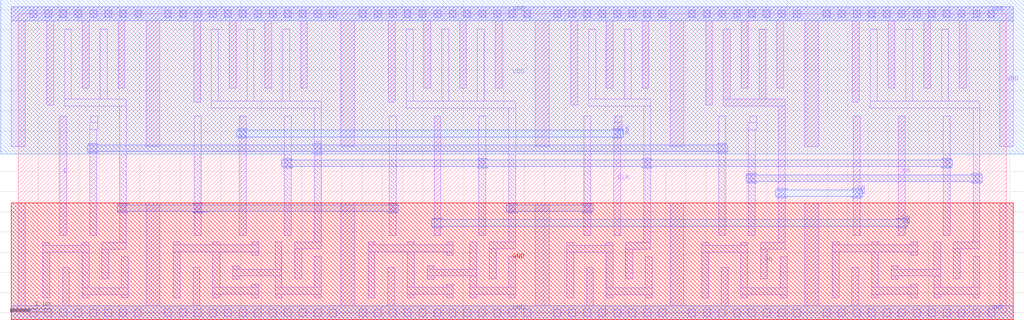
<source format=lef>
VERSION 5.7 ;
  NOWIREEXTENSIONATPIN ON ;
  DIVIDERCHAR "/" ;
  BUSBITCHARS "[]" ;
MACRO DFFSNQNX1
  CLASS CORE ;
  FOREIGN DFFSNQNX1 ;
  ORIGIN 0.000 0.000 ;
  SIZE 24.420 BY 7.400 ;
  SYMMETRY X Y R90 ;
  SITE unitrh ;
  PIN QN
    DIRECTION OUTPUT ;
    USE SIGNAL ;
    ANTENNAGATEAREA 1.033250 ;
    ANTENNADIFFAREA 1.351900 ;
    PORT
      LAYER li1 ;
        RECT 17.425 5.285 17.595 7.020 ;
        RECT 18.305 5.285 18.475 7.020 ;
        RECT 17.425 5.115 18.955 5.285 ;
        RECT 18.785 1.740 18.955 5.115 ;
        RECT 20.635 1.915 20.805 4.865 ;
        RECT 18.345 1.570 18.955 1.740 ;
        RECT 18.345 0.835 18.515 1.570 ;
      LAYER mcon ;
        RECT 18.785 2.875 18.955 3.045 ;
        RECT 20.635 2.875 20.805 3.045 ;
      LAYER met1 ;
        RECT 18.755 3.045 18.985 3.075 ;
        RECT 20.605 3.045 20.835 3.075 ;
        RECT 18.725 2.875 20.865 3.045 ;
        RECT 18.755 2.845 18.985 2.875 ;
        RECT 20.605 2.845 20.835 2.875 ;
    END
  END QN
  PIN D
    DIRECTION INPUT ;
    USE SIGNAL ;
    ANTENNAGATEAREA 1.033250 ;
    PORT
      LAYER li1 ;
        RECT 1.025 1.915 1.195 4.865 ;
    END
  END D
  PIN CLK
    DIRECTION INPUT ;
    USE SIGNAL ;
    ANTENNAGATEAREA 2.042100 ;
    PORT
      LAYER li1 ;
        RECT 5.465 1.915 5.635 4.865 ;
        RECT 14.745 4.710 14.915 4.865 ;
        RECT 14.715 4.535 14.915 4.710 ;
        RECT 14.715 1.915 14.885 4.535 ;
      LAYER mcon ;
        RECT 5.465 4.355 5.635 4.525 ;
        RECT 14.715 4.355 14.885 4.525 ;
      LAYER met1 ;
        RECT 5.435 4.525 5.665 4.555 ;
        RECT 14.685 4.525 14.915 4.555 ;
        RECT 5.405 4.355 14.945 4.525 ;
        RECT 5.435 4.325 5.665 4.355 ;
        RECT 14.685 4.325 14.915 4.355 ;
    END
  END CLK
  PIN SN
    DIRECTION INPUT ;
    USE SIGNAL ;
    ANTENNAGATEAREA 2.029700 ;
    PORT
      LAYER li1 ;
        RECT 10.275 1.915 10.445 4.865 ;
        RECT 21.745 1.915 21.915 4.865 ;
      LAYER mcon ;
        RECT 10.275 2.135 10.445 2.305 ;
        RECT 21.745 2.135 21.915 2.305 ;
      LAYER met1 ;
        RECT 10.245 2.305 10.475 2.335 ;
        RECT 21.715 2.305 21.945 2.335 ;
        RECT 10.215 2.135 21.975 2.305 ;
        RECT 10.245 2.105 10.475 2.135 ;
        RECT 21.715 2.105 21.945 2.135 ;
    END
  END SN
  PIN VDD
    DIRECTION INOUT ;
    USE POWER ;
    SHAPE ABUTMENT ;
    PORT
      LAYER nwell ;
        RECT -0.435 3.930 24.855 7.750 ;
      LAYER li1 ;
        RECT -0.170 7.230 24.590 7.570 ;
        RECT -0.170 4.110 0.170 7.230 ;
        RECT 0.705 5.135 0.875 7.230 ;
        RECT 1.585 5.555 1.755 7.230 ;
        RECT 2.465 5.555 2.635 7.230 ;
        RECT 3.160 4.110 3.500 7.230 ;
        RECT 4.335 5.215 4.505 7.230 ;
        RECT 5.215 5.555 5.385 7.230 ;
        RECT 6.095 5.555 6.265 7.230 ;
        RECT 6.975 5.555 7.145 7.230 ;
        RECT 7.970 4.110 8.310 7.230 ;
        RECT 9.145 5.215 9.315 7.230 ;
        RECT 10.025 5.555 10.195 7.230 ;
        RECT 10.905 5.555 11.075 7.230 ;
        RECT 11.785 5.555 11.955 7.230 ;
        RECT 12.780 4.110 13.120 7.230 ;
        RECT 13.655 5.135 13.825 7.230 ;
        RECT 14.535 5.555 14.705 7.230 ;
        RECT 15.415 5.555 15.585 7.230 ;
        RECT 16.110 4.110 16.450 7.230 ;
        RECT 16.985 5.135 17.155 7.230 ;
        RECT 17.865 5.555 18.035 7.230 ;
        RECT 18.745 5.555 18.915 7.230 ;
        RECT 19.440 4.110 19.780 7.230 ;
        RECT 20.615 5.215 20.785 7.230 ;
        RECT 21.495 5.555 21.665 7.230 ;
        RECT 22.375 5.555 22.545 7.230 ;
        RECT 23.255 5.555 23.425 7.230 ;
        RECT 24.250 4.110 24.590 7.230 ;
      LAYER mcon ;
        RECT 0.285 7.315 0.455 7.485 ;
        RECT 0.655 7.315 0.825 7.485 ;
        RECT 1.025 7.315 1.195 7.485 ;
        RECT 1.395 7.315 1.565 7.485 ;
        RECT 1.765 7.315 1.935 7.485 ;
        RECT 2.135 7.315 2.305 7.485 ;
        RECT 2.505 7.315 2.675 7.485 ;
        RECT 2.875 7.315 3.045 7.485 ;
        RECT 3.615 7.315 3.785 7.485 ;
        RECT 3.985 7.315 4.155 7.485 ;
        RECT 4.355 7.315 4.525 7.485 ;
        RECT 4.725 7.315 4.895 7.485 ;
        RECT 5.095 7.315 5.265 7.485 ;
        RECT 5.465 7.315 5.635 7.485 ;
        RECT 5.835 7.315 6.005 7.485 ;
        RECT 6.205 7.315 6.375 7.485 ;
        RECT 6.575 7.315 6.745 7.485 ;
        RECT 6.945 7.315 7.115 7.485 ;
        RECT 7.315 7.315 7.485 7.485 ;
        RECT 7.685 7.315 7.855 7.485 ;
        RECT 8.425 7.315 8.595 7.485 ;
        RECT 8.795 7.315 8.965 7.485 ;
        RECT 9.165 7.315 9.335 7.485 ;
        RECT 9.535 7.315 9.705 7.485 ;
        RECT 9.905 7.315 10.075 7.485 ;
        RECT 10.275 7.315 10.445 7.485 ;
        RECT 10.645 7.315 10.815 7.485 ;
        RECT 11.015 7.315 11.185 7.485 ;
        RECT 11.385 7.315 11.555 7.485 ;
        RECT 11.755 7.315 11.925 7.485 ;
        RECT 12.125 7.315 12.295 7.485 ;
        RECT 12.495 7.315 12.665 7.485 ;
        RECT 13.235 7.315 13.405 7.485 ;
        RECT 13.605 7.315 13.775 7.485 ;
        RECT 13.975 7.315 14.145 7.485 ;
        RECT 14.345 7.315 14.515 7.485 ;
        RECT 14.715 7.315 14.885 7.485 ;
        RECT 15.085 7.315 15.255 7.485 ;
        RECT 15.455 7.315 15.625 7.485 ;
        RECT 15.825 7.315 15.995 7.485 ;
        RECT 16.565 7.315 16.735 7.485 ;
        RECT 16.935 7.315 17.105 7.485 ;
        RECT 17.305 7.315 17.475 7.485 ;
        RECT 17.675 7.315 17.845 7.485 ;
        RECT 18.045 7.315 18.215 7.485 ;
        RECT 18.415 7.315 18.585 7.485 ;
        RECT 18.785 7.315 18.955 7.485 ;
        RECT 19.155 7.315 19.325 7.485 ;
        RECT 19.895 7.315 20.065 7.485 ;
        RECT 20.265 7.315 20.435 7.485 ;
        RECT 20.635 7.315 20.805 7.485 ;
        RECT 21.005 7.315 21.175 7.485 ;
        RECT 21.375 7.315 21.545 7.485 ;
        RECT 21.745 7.315 21.915 7.485 ;
        RECT 22.115 7.315 22.285 7.485 ;
        RECT 22.485 7.315 22.655 7.485 ;
        RECT 22.855 7.315 23.025 7.485 ;
        RECT 23.225 7.315 23.395 7.485 ;
        RECT 23.595 7.315 23.765 7.485 ;
        RECT 23.965 7.315 24.135 7.485 ;
      LAYER met1 ;
        RECT -0.170 7.230 24.590 7.570 ;
    END
  END VDD
  PIN GND
    DIRECTION INOUT ;
    USE GROUND ;
    SHAPE ABUTMENT ;
    PORT
      LAYER pwell ;
        RECT -0.170 -0.170 24.590 2.720 ;
      LAYER li1 ;
        RECT -0.170 0.170 0.170 2.720 ;
        RECT 1.095 0.170 1.265 1.120 ;
        RECT 3.160 0.170 3.500 2.720 ;
        RECT 4.320 0.170 4.490 1.130 ;
        RECT 7.970 0.170 8.310 2.720 ;
        RECT 9.130 0.170 9.300 1.130 ;
        RECT 12.780 0.170 13.120 2.720 ;
        RECT 14.045 0.170 14.215 1.120 ;
        RECT 16.110 0.170 16.450 2.720 ;
        RECT 17.375 0.170 17.545 1.120 ;
        RECT 19.440 0.170 19.780 2.720 ;
        RECT 20.600 0.170 20.770 1.130 ;
        RECT 24.250 0.170 24.590 2.720 ;
        RECT -0.170 -0.170 24.590 0.170 ;
      LAYER mcon ;
        RECT 0.285 -0.085 0.455 0.085 ;
        RECT 0.655 -0.085 0.825 0.085 ;
        RECT 1.025 -0.085 1.195 0.085 ;
        RECT 1.395 -0.085 1.565 0.085 ;
        RECT 1.765 -0.085 1.935 0.085 ;
        RECT 2.135 -0.085 2.305 0.085 ;
        RECT 2.505 -0.085 2.675 0.085 ;
        RECT 2.875 -0.085 3.045 0.085 ;
        RECT 3.615 -0.085 3.785 0.085 ;
        RECT 3.985 -0.085 4.155 0.085 ;
        RECT 4.355 -0.085 4.525 0.085 ;
        RECT 4.725 -0.085 4.895 0.085 ;
        RECT 5.095 -0.085 5.265 0.085 ;
        RECT 5.465 -0.085 5.635 0.085 ;
        RECT 5.835 -0.085 6.005 0.085 ;
        RECT 6.205 -0.085 6.375 0.085 ;
        RECT 6.575 -0.085 6.745 0.085 ;
        RECT 6.945 -0.085 7.115 0.085 ;
        RECT 7.315 -0.085 7.485 0.085 ;
        RECT 7.685 -0.085 7.855 0.085 ;
        RECT 8.425 -0.085 8.595 0.085 ;
        RECT 8.795 -0.085 8.965 0.085 ;
        RECT 9.165 -0.085 9.335 0.085 ;
        RECT 9.535 -0.085 9.705 0.085 ;
        RECT 9.905 -0.085 10.075 0.085 ;
        RECT 10.275 -0.085 10.445 0.085 ;
        RECT 10.645 -0.085 10.815 0.085 ;
        RECT 11.015 -0.085 11.185 0.085 ;
        RECT 11.385 -0.085 11.555 0.085 ;
        RECT 11.755 -0.085 11.925 0.085 ;
        RECT 12.125 -0.085 12.295 0.085 ;
        RECT 12.495 -0.085 12.665 0.085 ;
        RECT 13.235 -0.085 13.405 0.085 ;
        RECT 13.605 -0.085 13.775 0.085 ;
        RECT 13.975 -0.085 14.145 0.085 ;
        RECT 14.345 -0.085 14.515 0.085 ;
        RECT 14.715 -0.085 14.885 0.085 ;
        RECT 15.085 -0.085 15.255 0.085 ;
        RECT 15.455 -0.085 15.625 0.085 ;
        RECT 15.825 -0.085 15.995 0.085 ;
        RECT 16.565 -0.085 16.735 0.085 ;
        RECT 16.935 -0.085 17.105 0.085 ;
        RECT 17.305 -0.085 17.475 0.085 ;
        RECT 17.675 -0.085 17.845 0.085 ;
        RECT 18.045 -0.085 18.215 0.085 ;
        RECT 18.415 -0.085 18.585 0.085 ;
        RECT 18.785 -0.085 18.955 0.085 ;
        RECT 19.155 -0.085 19.325 0.085 ;
        RECT 19.895 -0.085 20.065 0.085 ;
        RECT 20.265 -0.085 20.435 0.085 ;
        RECT 20.635 -0.085 20.805 0.085 ;
        RECT 21.005 -0.085 21.175 0.085 ;
        RECT 21.375 -0.085 21.545 0.085 ;
        RECT 21.745 -0.085 21.915 0.085 ;
        RECT 22.115 -0.085 22.285 0.085 ;
        RECT 22.485 -0.085 22.655 0.085 ;
        RECT 22.855 -0.085 23.025 0.085 ;
        RECT 23.225 -0.085 23.395 0.085 ;
        RECT 23.595 -0.085 23.765 0.085 ;
        RECT 23.965 -0.085 24.135 0.085 ;
      LAYER met1 ;
        RECT -0.170 -0.170 24.590 0.170 ;
    END
  END GND
  OBS
      LAYER li1 ;
        RECT 1.145 5.285 1.315 7.020 ;
        RECT 2.025 5.285 2.195 7.020 ;
        RECT 1.145 5.115 2.675 5.285 ;
        RECT 1.795 4.710 1.965 4.865 ;
        RECT 1.765 4.535 1.965 4.710 ;
        RECT 1.765 1.915 1.935 4.535 ;
        RECT 0.610 1.665 0.780 1.745 ;
        RECT 1.580 1.665 1.750 1.745 ;
        RECT 2.505 1.740 2.675 5.115 ;
        RECT 4.775 5.240 4.945 7.020 ;
        RECT 5.655 5.240 5.825 7.020 ;
        RECT 6.535 5.240 6.705 7.020 ;
        RECT 9.585 5.240 9.755 7.020 ;
        RECT 10.465 5.240 10.635 7.020 ;
        RECT 11.345 5.240 11.515 7.020 ;
        RECT 14.095 5.285 14.265 7.020 ;
        RECT 14.975 5.285 15.145 7.020 ;
        RECT 4.775 5.070 7.485 5.240 ;
        RECT 9.585 5.070 12.295 5.240 ;
        RECT 14.095 5.115 15.625 5.285 ;
        RECT 4.355 1.915 4.525 4.865 ;
        RECT 6.575 1.915 6.745 4.865 ;
        RECT 7.315 4.235 7.485 5.070 ;
        RECT 7.310 3.905 7.485 4.235 ;
        RECT 0.610 1.495 1.750 1.665 ;
        RECT 0.610 0.365 0.780 1.495 ;
        RECT 1.580 0.615 1.750 1.495 ;
        RECT 2.065 1.570 2.675 1.740 ;
        RECT 3.835 1.675 4.005 1.755 ;
        RECT 4.805 1.675 4.975 1.755 ;
        RECT 5.775 1.675 5.945 1.755 ;
        RECT 2.065 0.835 2.235 1.570 ;
        RECT 3.835 1.505 5.945 1.675 ;
        RECT 2.550 0.615 2.720 1.385 ;
        RECT 1.580 0.445 2.720 0.615 ;
        RECT 1.580 0.365 1.750 0.445 ;
        RECT 2.550 0.365 2.720 0.445 ;
        RECT 3.835 0.375 4.005 1.505 ;
        RECT 4.805 0.625 4.975 1.505 ;
        RECT 5.775 1.425 5.945 1.505 ;
        RECT 5.295 1.080 5.465 1.160 ;
        RECT 6.345 1.080 6.515 1.755 ;
        RECT 7.315 1.750 7.485 3.905 ;
        RECT 9.165 1.915 9.335 4.865 ;
        RECT 11.385 1.915 11.555 4.865 ;
        RECT 5.295 0.910 6.515 1.080 ;
        RECT 5.295 0.830 5.465 0.910 ;
        RECT 5.775 0.625 5.945 0.705 ;
        RECT 4.805 0.455 5.945 0.625 ;
        RECT 4.805 0.375 4.975 0.455 ;
        RECT 5.775 0.375 5.945 0.455 ;
        RECT 6.345 0.625 6.515 0.910 ;
        RECT 6.830 1.580 7.485 1.750 ;
        RECT 8.645 1.675 8.815 1.755 ;
        RECT 9.615 1.675 9.785 1.755 ;
        RECT 10.585 1.675 10.755 1.755 ;
        RECT 6.830 0.845 7.000 1.580 ;
        RECT 8.645 1.505 10.755 1.675 ;
        RECT 7.315 0.625 7.485 1.395 ;
        RECT 6.345 0.455 7.485 0.625 ;
        RECT 6.345 0.375 6.515 0.455 ;
        RECT 7.315 0.375 7.485 0.455 ;
        RECT 8.645 0.375 8.815 1.505 ;
        RECT 9.615 0.625 9.785 1.505 ;
        RECT 10.585 1.425 10.755 1.505 ;
        RECT 10.105 1.080 10.275 1.160 ;
        RECT 11.155 1.080 11.325 1.755 ;
        RECT 12.125 1.750 12.295 5.070 ;
        RECT 13.975 1.915 14.145 4.865 ;
        RECT 10.105 0.910 11.325 1.080 ;
        RECT 10.105 0.830 10.275 0.910 ;
        RECT 10.585 0.625 10.755 0.705 ;
        RECT 9.615 0.455 10.755 0.625 ;
        RECT 9.615 0.375 9.785 0.455 ;
        RECT 10.585 0.375 10.755 0.455 ;
        RECT 11.155 0.625 11.325 0.910 ;
        RECT 11.640 1.580 12.295 1.750 ;
        RECT 13.560 1.665 13.730 1.745 ;
        RECT 14.530 1.665 14.700 1.745 ;
        RECT 15.455 1.740 15.625 5.115 ;
        RECT 21.055 5.240 21.225 7.020 ;
        RECT 21.935 5.240 22.105 7.020 ;
        RECT 22.815 5.240 22.985 7.020 ;
        RECT 21.055 5.070 23.765 5.240 ;
        RECT 17.305 1.915 17.475 4.865 ;
        RECT 18.075 4.710 18.245 4.865 ;
        RECT 18.045 4.535 18.245 4.710 ;
        RECT 18.045 1.915 18.215 4.535 ;
        RECT 22.855 1.915 23.025 4.865 ;
        RECT 11.640 0.845 11.810 1.580 ;
        RECT 13.560 1.495 14.700 1.665 ;
        RECT 12.125 0.625 12.295 1.395 ;
        RECT 11.155 0.455 12.295 0.625 ;
        RECT 11.155 0.375 11.325 0.455 ;
        RECT 12.125 0.375 12.295 0.455 ;
        RECT 13.560 0.365 13.730 1.495 ;
        RECT 14.530 0.615 14.700 1.495 ;
        RECT 15.015 1.570 15.625 1.740 ;
        RECT 16.890 1.665 17.060 1.745 ;
        RECT 17.860 1.665 18.030 1.745 ;
        RECT 15.015 0.835 15.185 1.570 ;
        RECT 16.890 1.495 18.030 1.665 ;
        RECT 15.500 0.615 15.670 1.385 ;
        RECT 14.530 0.445 15.670 0.615 ;
        RECT 14.530 0.365 14.700 0.445 ;
        RECT 15.500 0.365 15.670 0.445 ;
        RECT 16.890 0.365 17.060 1.495 ;
        RECT 17.860 0.615 18.030 1.495 ;
        RECT 20.115 1.675 20.285 1.755 ;
        RECT 21.085 1.675 21.255 1.755 ;
        RECT 22.055 1.675 22.225 1.755 ;
        RECT 20.115 1.505 22.225 1.675 ;
        RECT 18.830 0.615 19.000 1.385 ;
        RECT 17.860 0.445 19.000 0.615 ;
        RECT 17.860 0.365 18.030 0.445 ;
        RECT 18.830 0.365 19.000 0.445 ;
        RECT 20.115 0.375 20.285 1.505 ;
        RECT 21.085 0.625 21.255 1.505 ;
        RECT 22.055 1.425 22.225 1.505 ;
        RECT 21.575 1.080 21.745 1.160 ;
        RECT 22.625 1.080 22.795 1.755 ;
        RECT 23.595 1.750 23.765 5.070 ;
        RECT 21.575 0.910 22.795 1.080 ;
        RECT 21.575 0.830 21.745 0.910 ;
        RECT 22.055 0.625 22.225 0.705 ;
        RECT 21.085 0.455 22.225 0.625 ;
        RECT 21.085 0.375 21.255 0.455 ;
        RECT 22.055 0.375 22.225 0.455 ;
        RECT 22.625 0.625 22.795 0.910 ;
        RECT 23.110 1.580 23.765 1.750 ;
        RECT 23.110 0.845 23.280 1.580 ;
        RECT 23.595 0.625 23.765 1.395 ;
        RECT 22.625 0.455 23.765 0.625 ;
        RECT 22.625 0.375 22.795 0.455 ;
        RECT 23.595 0.375 23.765 0.455 ;
      LAYER mcon ;
        RECT 1.765 3.985 1.935 4.155 ;
        RECT 2.505 2.505 2.675 2.675 ;
        RECT 4.355 2.500 4.525 2.670 ;
        RECT 7.310 3.985 7.480 4.155 ;
        RECT 6.575 3.615 6.745 3.785 ;
        RECT 9.165 2.505 9.335 2.675 ;
        RECT 11.385 3.615 11.555 3.785 ;
        RECT 12.125 2.505 12.295 2.675 ;
        RECT 13.975 2.505 14.145 2.675 ;
        RECT 15.455 3.615 15.625 3.785 ;
        RECT 17.305 3.985 17.475 4.155 ;
        RECT 18.045 3.245 18.215 3.415 ;
        RECT 22.855 3.615 23.025 3.785 ;
        RECT 23.595 3.245 23.765 3.415 ;
      LAYER met1 ;
        RECT 1.735 4.155 1.965 4.185 ;
        RECT 7.280 4.155 7.510 4.185 ;
        RECT 17.275 4.155 17.505 4.185 ;
        RECT 1.705 3.985 17.535 4.155 ;
        RECT 1.735 3.955 1.965 3.985 ;
        RECT 7.280 3.955 7.510 3.985 ;
        RECT 17.275 3.955 17.505 3.985 ;
        RECT 6.545 3.785 6.775 3.815 ;
        RECT 11.355 3.785 11.585 3.815 ;
        RECT 15.425 3.785 15.655 3.815 ;
        RECT 22.825 3.785 23.055 3.815 ;
        RECT 6.515 3.615 23.085 3.785 ;
        RECT 6.545 3.585 6.775 3.615 ;
        RECT 11.355 3.585 11.585 3.615 ;
        RECT 15.425 3.585 15.655 3.615 ;
        RECT 22.825 3.585 23.055 3.615 ;
        RECT 18.015 3.415 18.245 3.445 ;
        RECT 23.565 3.415 23.795 3.445 ;
        RECT 17.985 3.245 23.825 3.415 ;
        RECT 18.015 3.215 18.245 3.245 ;
        RECT 23.565 3.215 23.795 3.245 ;
        RECT 2.475 2.675 2.705 2.705 ;
        RECT 4.325 2.675 4.555 2.700 ;
        RECT 9.135 2.675 9.365 2.705 ;
        RECT 12.095 2.675 12.325 2.705 ;
        RECT 13.945 2.675 14.175 2.705 ;
        RECT 2.445 2.505 9.395 2.675 ;
        RECT 12.065 2.505 14.205 2.675 ;
        RECT 2.475 2.475 2.705 2.505 ;
        RECT 4.295 2.500 4.705 2.505 ;
        RECT 4.325 2.470 4.555 2.500 ;
        RECT 9.135 2.475 9.365 2.505 ;
        RECT 12.095 2.475 12.325 2.505 ;
        RECT 13.945 2.475 14.175 2.505 ;
  END
END DFFSNQNX1
END LIBRARY


</source>
